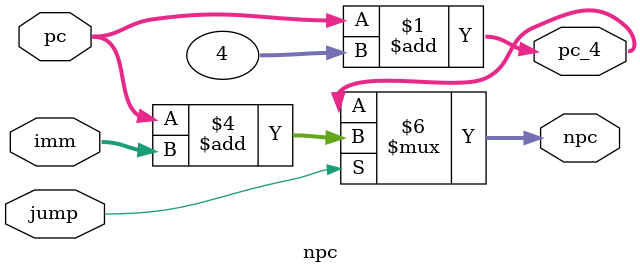
<source format=v>
`timescale 1ns / 1ps

module npc(
    input [31:0] imm,    
    input jump,          
    input [31:0] pc,     
    output reg [31:0] npc,   
    output [31:0] pc_4   
);

    
    assign pc_4 = pc + 4;

    
    always @(*) begin
        if (jump == 0)
            npc = pc_4;
        else
            npc = pc + imm;
    end

endmodule


</source>
